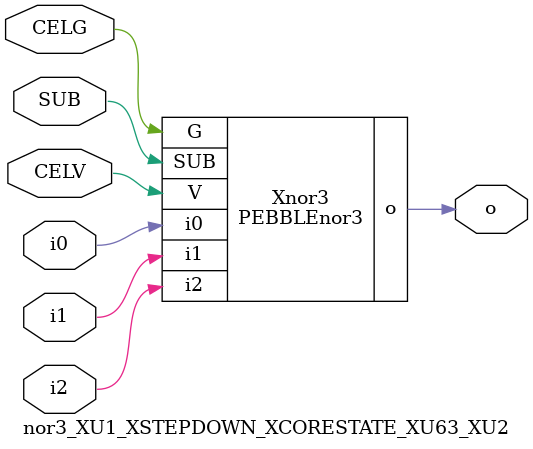
<source format=v>



module PEBBLEnor3 ( o, G, SUB, V, i0, i1, i2 );

  input i0;
  input V;
  input i2;
  input i1;
  input G;
  output o;
  input SUB;
endmodule

//Celera Confidential Do Not Copy nor3_XU1_XSTEPDOWN_XCORESTATE_XU63_XU2
//Celera Confidential Symbol Generator
//NOR3
module nor3_XU1_XSTEPDOWN_XCORESTATE_XU63_XU2 (CELV,CELG,i0,i1,i2,o,SUB);
input CELV;
input CELG;
input i0;
input i1;
input i2;
input SUB;
output o;

//Celera Confidential Do Not Copy nor3
PEBBLEnor3 Xnor3(
.V (CELV),
.i0 (i0),
.i1 (i1),
.i2 (i2),
.o (o),
.SUB (SUB),
.G (CELG)
);
//,diesize,PEBBLEnor3

//Celera Confidential Do Not Copy Module End
//Celera Schematic Generator
endmodule

</source>
